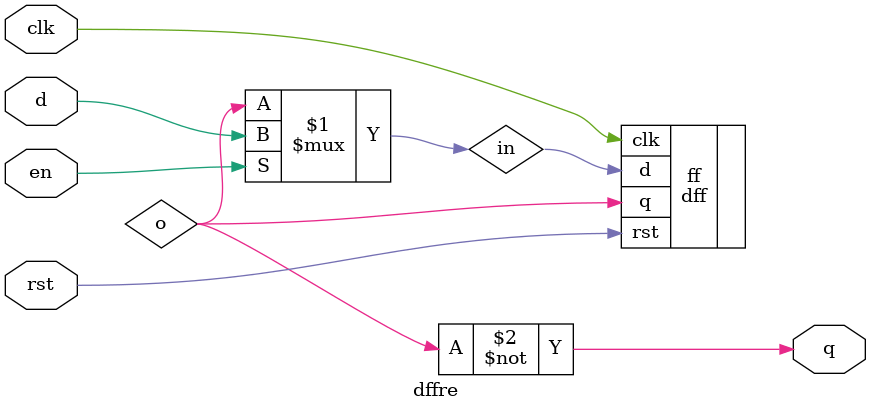
<source format=v>
module dffre (q, d, en, clk, rst);
    input d, en, clk, rst;
    output q;

    wire in, o;
    
    assign in = (en) ? d : o;
    assign q = ~o;

    dff ff(.q(o), .d(in), .clk(clk), .rst(rst));
endmodule
</source>
